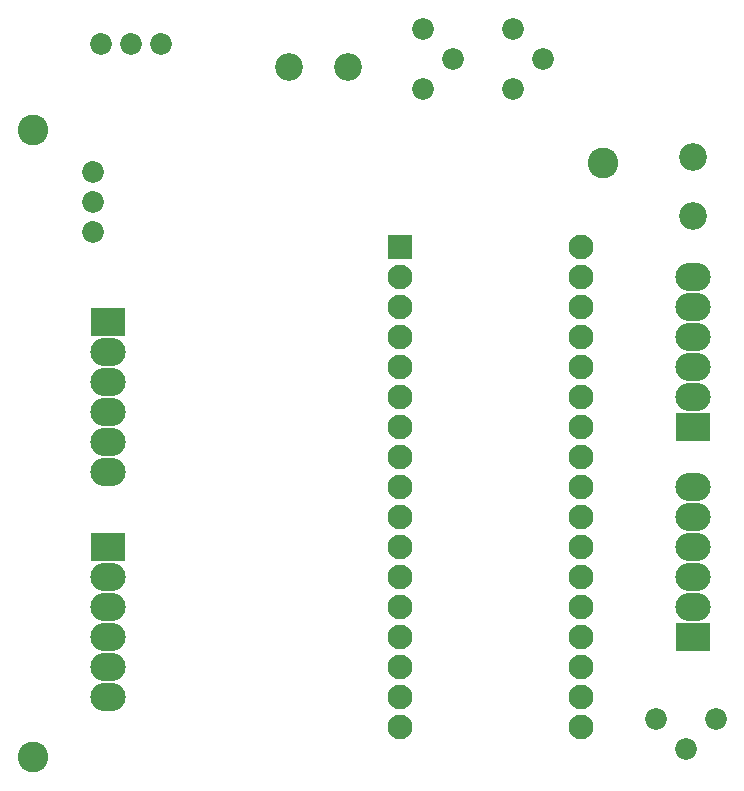
<source format=gbr>
G04 #@! TF.FileFunction,Soldermask,Bot*
%FSLAX46Y46*%
G04 Gerber Fmt 4.6, Leading zero omitted, Abs format (unit mm)*
G04 Created by KiCad (PCBNEW 4.0.7) date 05/29/18 17:36:31*
%MOMM*%
%LPD*%
G01*
G04 APERTURE LIST*
%ADD10C,0.100000*%
%ADD11C,2.600000*%
%ADD12C,2.100000*%
%ADD13R,2.100000X2.100000*%
%ADD14R,3.000000X2.400000*%
%ADD15O,3.000000X2.400000*%
%ADD16C,2.350000*%
%ADD17C,1.840000*%
%ADD18C,1.850000*%
G04 APERTURE END LIST*
D10*
D11*
X134620000Y-100838000D03*
X86360000Y-98044000D03*
D12*
X132715000Y-107950000D03*
X132715000Y-110490000D03*
X132715000Y-113030000D03*
X132715000Y-115570000D03*
X132715000Y-118110000D03*
X132715000Y-120650000D03*
X132715000Y-123190000D03*
X132715000Y-125730000D03*
X132715000Y-128270000D03*
X132715000Y-130810000D03*
X132715000Y-133350000D03*
X132715000Y-135890000D03*
X132715000Y-138430000D03*
X132715000Y-140970000D03*
X132715000Y-143510000D03*
X132715000Y-146050000D03*
X132715000Y-148590000D03*
D13*
X117459000Y-107950000D03*
D12*
X117459000Y-110490000D03*
X117459000Y-113030000D03*
X117459000Y-115570000D03*
X117459000Y-118110000D03*
X117459000Y-120650000D03*
X117459000Y-123190000D03*
X117459000Y-125730000D03*
X117459000Y-128270000D03*
X117459000Y-130810000D03*
X117459000Y-133350000D03*
X117459000Y-135890000D03*
X117459000Y-138430000D03*
X117459000Y-140970000D03*
X117459000Y-143510000D03*
X117459000Y-146050000D03*
X117459000Y-148590000D03*
D14*
X92710000Y-114300000D03*
D15*
X92710000Y-116840000D03*
X92710000Y-119380000D03*
X92710000Y-121920000D03*
X92710000Y-124460000D03*
X92710000Y-127000000D03*
D14*
X92710000Y-133350000D03*
D15*
X92710000Y-135890000D03*
X92710000Y-138430000D03*
X92710000Y-140970000D03*
X92710000Y-143510000D03*
X92710000Y-146050000D03*
D16*
X112990000Y-92710000D03*
X107990000Y-92710000D03*
D14*
X142240000Y-123190000D03*
D15*
X142240000Y-120650000D03*
X142240000Y-118110000D03*
X142240000Y-115570000D03*
X142240000Y-113030000D03*
X142240000Y-110490000D03*
D17*
X127000000Y-94615000D03*
X129540000Y-92075000D03*
X127000000Y-89535000D03*
X119380000Y-94615000D03*
X121920000Y-92075000D03*
X119380000Y-89535000D03*
D16*
X142240000Y-105370000D03*
X142240000Y-100370000D03*
D14*
X142240000Y-140970000D03*
D15*
X142240000Y-138430000D03*
X142240000Y-135890000D03*
X142240000Y-133350000D03*
X142240000Y-130810000D03*
X142240000Y-128270000D03*
D17*
X139065000Y-147955000D03*
X141605000Y-150495000D03*
X144145000Y-147955000D03*
D18*
X91440000Y-104140000D03*
X91440000Y-101600000D03*
X91440000Y-106680000D03*
X94615000Y-90805000D03*
X97155000Y-90805000D03*
X92075000Y-90805000D03*
D11*
X86360000Y-151130000D03*
M02*

</source>
